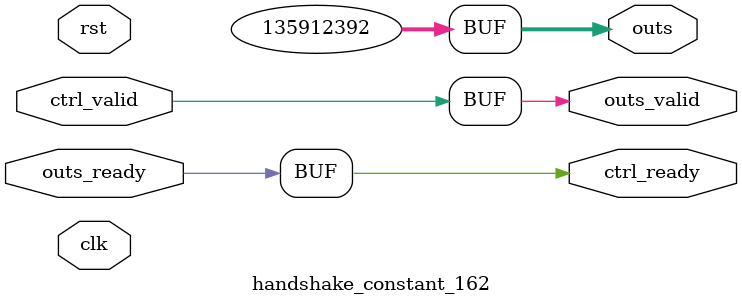
<source format=v>
`timescale 1ns / 1ps
module handshake_constant_162 #(
  parameter DATA_WIDTH = 32  // Default set to 32 bits
) (
  input                       clk,
  input                       rst,
  // Input Channel
  input                       ctrl_valid,
  output                      ctrl_ready,
  // Output Channel
  output [DATA_WIDTH - 1 : 0] outs,
  output                      outs_valid,
  input                       outs_ready
);
  assign outs       = 29'b01000000110011101101111001000;
  assign outs_valid = ctrl_valid;
  assign ctrl_ready = outs_ready;

endmodule

</source>
